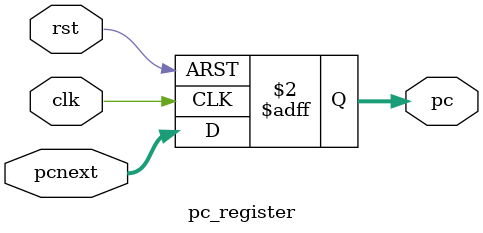
<source format=v>
/*
module pc_register
Program Counter register for RISC-V processor

clk            [input]  clock signal
rst            [input]  reset signal
pcnext         [input]  32-bit next PC value
pc             [output] 32-bit current PC value
*/
module pc_register (
    input  wire clk,
    input  wire rst,
    input  wire [31:0] pcnext,
    output reg  [31:0] pc
);

    //Updates PC when clk or rst signal raises
    always @(posedge clk, posedge rst) begin  
        if (rst) begin
            pc <= 32'b0;
        end 
        else begin
            pc <= pcnext;
        end
    end

endmodule
</source>
